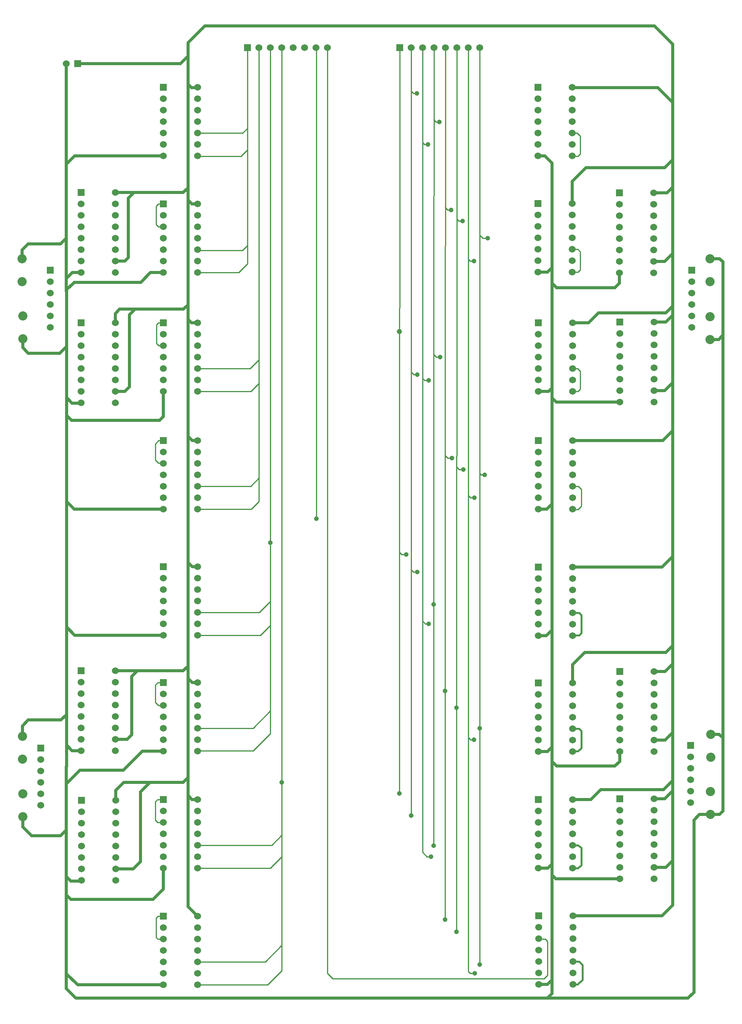
<source format=gbr>
G04 start of page 2 for group 0 idx 0 *
G04 Title: Generador de valores, top *
G04 Creator: pcb 20110918 *
G04 CreationDate: mié 22 feb 2012 14:39:15 GMT UTC *
G04 For: jegc *
G04 Format: Gerber/RS-274X *
G04 PCB-Dimensions: 629921 866142 *
G04 PCB-Coordinate-Origin: lower left *
%MOIN*%
%FSLAX25Y25*%
%LNTOP*%
%ADD21C,0.0350*%
%ADD20C,0.0280*%
%ADD19C,0.0200*%
%ADD18C,0.0460*%
%ADD17C,0.0410*%
%ADD16C,0.0800*%
%ADD15C,0.0600*%
%ADD14C,0.0001*%
%ADD13C,0.0150*%
%ADD12C,0.0100*%
%ADD11C,0.0250*%
G54D11*X49134Y614008D02*Y229008D01*
Y229142D02*Y210276D01*
X133858Y435339D02*X55803D01*
X49134Y442008D01*
X163858Y495339D02*X159189D01*
X155512Y499016D01*
G54D12*X133858Y495339D02*X129591D01*
G54D11*X133819Y538260D02*Y516292D01*
X130678Y513151D01*
G54D12*X129591Y495339D02*X126772Y492520D01*
G54D11*X130678Y513151D02*X53514D01*
X49134Y517531D01*
G54D12*X126772Y492520D02*Y478347D01*
X129528Y475591D01*
X133606D01*
X133858Y475339D01*
G54D11*X91913Y294008D02*X151291D01*
X106299Y289087D02*X111220Y294008D01*
X151291D02*X155512Y298229D01*
X163858Y283780D02*X159134D01*
X163953Y385079D02*X159213D01*
X155512Y388780D01*
X133953Y325079D02*X56331D01*
X49134Y332276D01*
G54D12*X126772Y281496D02*Y266536D01*
X129528Y263780D01*
X133858D01*
D03*
G54D11*X49134Y229008D02*X54000Y224142D01*
X10890Y166551D02*Y157418D01*
X18701Y149607D01*
X43866D01*
X49000Y154740D01*
X10528Y236796D02*Y245764D01*
X15748Y250985D01*
X44291D01*
X49134Y255827D01*
X61780Y224142D02*X61913Y224008D01*
X92417Y189559D02*X99000Y196142D01*
X115638Y223780D02*X99000Y207142D01*
X61000D01*
X92417Y180567D02*Y189559D01*
X114000Y127142D02*Y188142D01*
X122000Y196142D01*
X61000Y207142D02*X49000Y195142D01*
X134031Y19362D02*X58780D01*
G54D12*X127725Y60885D02*X129297Y59313D01*
X133982D01*
X134031Y59362D01*
X134157Y49488D02*X134031Y49362D01*
G54D11*X49000Y114142D02*X53000Y110142D01*
X61992D01*
X62417Y110567D01*
X58780Y19362D02*X49000Y29142D01*
X53000Y94142D02*X49000Y98142D01*
Y16142D02*X57000Y8142D01*
X125000Y94142D02*X53000D01*
G54D12*X134031Y79362D02*X129303D01*
X127725Y77784D01*
Y60885D01*
G54D11*X159134Y283780D02*X155512Y287402D01*
X54000Y224142D02*X61780D01*
X91913Y234008D02*X102118D01*
X133858Y223780D02*X115638D01*
X102118Y234008D02*X106299Y238189D01*
Y289087D01*
G54D12*X133858Y283780D02*X129055D01*
X126772Y281496D01*
G54D11*X49000Y210142D02*Y16142D01*
X133858Y121520D02*Y103000D01*
X125000Y94142D01*
X92417Y120567D02*X107425D01*
X114000Y127142D01*
X155512Y87882D02*X164031Y79362D01*
X163858Y181520D02*X159031D01*
G54D12*X126939Y179571D02*Y163458D01*
X128904Y161493D01*
X133831D01*
X133858Y161520D01*
X134006Y151668D02*X133858Y151520D01*
G54D11*X159031Y181520D02*X155512Y185040D01*
X99409Y196551D02*X151276D01*
X155512Y200788D01*
G54D12*X133858Y181520D02*X128888D01*
X126939Y179571D01*
X164507Y29838D02*X164031Y29362D01*
X163905Y49488D02*X164031Y49362D01*
G54D11*X580000Y791142D02*X567000Y804142D01*
X492386D01*
X492063Y804465D01*
X580000Y842142D02*X564000Y858142D01*
X563315Y711945D02*X574803D01*
X580000Y717142D01*
X492079Y702575D02*Y722221D01*
X504000Y734142D01*
X573000D01*
X580000Y741142D01*
G54D12*X492063Y764465D02*X496261D01*
X498888Y761838D01*
Y746094D01*
X496920Y744126D01*
X492402D01*
X492063Y744465D01*
G54D11*X564000Y858142D02*X170150D01*
G54D12*X163693Y744095D02*X163858Y744260D01*
X207677Y838929D02*X207717Y838969D01*
X207480Y838733D02*X207717Y838969D01*
X201815Y743941D02*X207480Y749607D01*
X163858Y764260D02*X203236D01*
X207480Y768504D01*
X355719Y798964D02*X352934D01*
X350767Y801131D01*
X267892Y838794D02*X267717Y838969D01*
X365685Y754262D02*X362545D01*
X375666Y774222D02*X372729D01*
X370741Y776210D01*
X362545Y754262D02*X360764Y756043D01*
G54D11*X170150Y858142D02*X155512Y843504D01*
X148961Y825142D02*X155512Y831693D01*
X163976Y804142D02*X163858Y804260D01*
G54D12*X134047Y784449D02*X133858Y784260D01*
G54D11*X163984Y804134D02*X158465D01*
X155512Y807087D01*
G54D12*X133858Y784449D02*X133953Y784355D01*
G54D11*X49000Y626189D02*X49165Y626024D01*
Y614040D01*
X49134Y614008D01*
X49283Y626142D02*X49165Y626024D01*
X61772Y642276D02*X54134D01*
X10394Y654481D02*Y661969D01*
X15748Y667323D01*
X43866D01*
X49000Y672457D01*
X54134Y642276D02*X49000Y637142D01*
X133835Y642307D02*X122622D01*
X91772Y598276D02*Y606536D01*
X95472Y610236D01*
X104331Y605315D02*X109252Y610236D01*
G54D12*X133654Y598425D02*X133819Y598260D01*
X129528Y598425D02*X133654D01*
G54D11*X122622Y642307D02*X114173Y633859D01*
X55890D01*
X49000Y626969D01*
X163819Y598260D02*X158630D01*
X155512Y601378D01*
X95472Y610236D02*X151575D01*
X155512Y614173D01*
G54D12*X127953Y596851D02*X129528Y598425D01*
G54D11*X61638Y528142D02*X61772Y528276D01*
X49134Y533008D02*X54000Y528142D01*
X61638D01*
X62000Y528504D01*
X10827Y584331D02*Y576772D01*
X15748Y571851D01*
X43228D01*
X49134Y577756D01*
X91772Y538276D02*X100283D01*
X104331Y542323D01*
Y605315D01*
G54D12*X127953Y580315D02*Y596851D01*
X130008Y578260D02*X127953Y580315D01*
X133819Y578260D02*X130008D01*
G54D11*X49000Y626189D02*Y825142D01*
X133858Y744260D02*X56118D01*
X49000Y737142D01*
G54D12*X133669Y784449D02*X133858Y784260D01*
G54D11*X59000Y825142D02*X148961D01*
G54D12*X127559Y700394D02*Y684252D01*
X129528Y682284D01*
X133811D01*
G54D11*X163835Y702307D02*X158913D01*
X155512Y705709D01*
X91772Y712276D02*X151252D01*
X103346Y707355D02*X108268Y712276D01*
G54D12*X133874Y702347D02*X129512D01*
X127559Y700394D01*
G54D11*X151252Y712276D02*X155512Y716536D01*
X91772Y652276D02*X100110D01*
X103346Y655512D01*
Y707355D01*
X572803Y651945D02*X580000Y659142D01*
G54D12*X496799Y662575D02*X498888Y660486D01*
G54D11*X462063Y744465D02*X468045D01*
X462173Y435433D02*X469651D01*
X474288Y440070D01*
X462126Y538481D02*X471347D01*
X474288Y541422D01*
X468045Y744465D02*X474288Y738222D01*
X533535Y528937D02*X477917D01*
X474288Y532566D01*
X533315Y641945D02*Y632921D01*
X529392Y628998D01*
X478224D01*
X474288Y632934D01*
X462079Y642575D02*X470153D01*
X474288Y646710D01*
G54D12*X498888Y660486D02*Y644742D01*
X496920Y642774D01*
X492278D01*
X492079Y642575D01*
X492126Y558481D02*X496589D01*
X498888Y556182D01*
Y540438D01*
X496920Y538470D01*
X492137D01*
X492173Y455433D02*X497301D01*
X499872Y452862D01*
Y438102D01*
X496920Y435150D01*
X492456D01*
G54D13*X492236Y344717D02*X497809D01*
X499872Y342654D01*
G54D12*X370669Y577953D02*X370472Y338189D01*
X376264Y568327D02*X373084D01*
X370663Y570748D01*
X406310Y445335D02*X402907D01*
X415348Y465337D02*X412362D01*
X410827Y466872D01*
X402907Y445335D02*X400787Y447455D01*
X396473Y470196D02*X393036D01*
X390748Y472485D01*
X386432Y480220D02*X382776D01*
X340764Y838985D02*Y611236D01*
X340748Y402560D02*Y611220D01*
X340764Y611236D01*
X267892Y427041D02*Y838794D01*
X350764Y838985D02*X350787Y562205D01*
X370764Y838985D02*X370669Y577953D01*
X395825Y687251D02*X392634D01*
X390847Y689039D01*
X385826Y697064D02*X383056D01*
X380742Y699377D01*
X380764Y838985D02*X380709Y489961D01*
X390764Y838985D02*X390961Y481709D01*
X400764Y838985D02*Y453520D01*
X382776Y480220D02*X380709Y482288D01*
X164252Y661890D02*X203228D01*
X207480Y666142D01*
X492079Y662575D02*X496799D01*
X405933Y652297D02*X402665D01*
X400764Y654198D01*
X417841Y672238D02*X413596D01*
X410764Y675070D01*
G54D11*X492598Y79701D02*X570559D01*
X580000Y89142D01*
X563630Y122213D02*X574071D01*
X580000Y128142D01*
X593272Y7642D02*X598425Y12796D01*
Y163386D01*
G54D13*X496719Y19701D02*X500856Y23838D01*
Y36630D01*
X497904Y39582D01*
X492717D01*
X492598Y39701D01*
G54D12*X237717Y31812D02*X225197Y19292D01*
X164101D01*
X164031Y39362D02*X223142D01*
X227717Y239135D02*X212598Y224016D01*
X212442Y243780D02*X227717Y259055D01*
X223142Y39362D02*X237717Y53937D01*
G54D11*X57500Y7642D02*X593272D01*
X474288Y11578D02*X470352Y7642D01*
X462598Y19701D02*X470151D01*
X474288Y23838D01*
G54D12*X277717Y29513D02*X282408Y24822D01*
X467400D01*
X470352Y27774D01*
X402559Y29331D02*X406496D01*
G54D13*X492362Y141528D02*X497310D01*
X499872Y138966D01*
Y124206D01*
X496920Y121254D01*
X492636D01*
X492362Y121528D01*
X492598Y19701D02*X496719D01*
G54D12*X470352Y27774D02*Y57294D01*
X468384Y59262D01*
X463037D01*
X380709Y76156D02*X380683Y76181D01*
X390748Y65707D03*
X463037Y59262D02*X462598Y59701D01*
X400787Y31103D02*X402559Y29331D01*
X400787Y244095D02*Y31103D01*
X360764Y135299D02*X364567Y131496D01*
X368307D01*
X370472Y146457D02*Y141142D01*
X405906Y233740D02*X402874D01*
X400787Y235827D01*
G54D11*X563315Y651945D02*X572803D01*
X563535Y598937D02*X573795D01*
X580000Y605142D01*
X563535Y538937D02*X572795D01*
X580000Y546142D01*
X574000Y607142D02*X580000Y613142D01*
X492173Y495433D02*X571291D01*
X580000Y504142D01*
Y89142D02*Y842142D01*
X492126Y598481D02*X506339D01*
X515000Y607142D01*
X574000D01*
X492236Y384717D02*X570575D01*
X580000Y394142D01*
X613189Y238504D02*X620748D01*
X624016Y235236D01*
Y171260D02*X621063Y168307D01*
X613087D01*
X612851Y168544D01*
X598425Y163386D02*X603346Y168307D01*
X612614D01*
X612851Y168544D01*
X624016Y171260D02*Y651575D01*
X621063Y654528D01*
X612700D01*
X612559Y654386D01*
X612527Y583788D02*X620205D01*
X624016Y587599D01*
X533630Y112213D02*X477425D01*
X474288Y115350D01*
X462362Y121528D02*X470626D01*
X474288Y125190D01*
X533441Y223402D02*Y214847D01*
X529392Y210798D01*
G54D12*X461692Y364173D02*X462236Y364717D01*
G54D11*X563441Y293402D02*X573260D01*
X580000Y300142D01*
X574000Y310142D02*X580000Y316142D01*
X492299Y283355D02*Y299441D01*
X503000Y310142D01*
X574000D01*
G54D12*X217717Y838969D02*Y442126D01*
X163740Y662402D02*X163835Y662307D01*
Y642307D02*X199787D01*
X207480Y650000D01*
Y838733D01*
X163539Y743941D02*X201815D01*
G54D11*X508386Y181528D02*X517000Y190142D01*
X474288Y738222D02*Y11578D01*
G54D13*X499872Y342654D02*Y326910D01*
X497904Y324942D01*
X492461D01*
X492236Y324717D01*
G54D12*X380709Y489961D02*X380683Y76549D01*
G54D11*X462236Y324717D02*X469143D01*
X474288Y329862D01*
G54D12*X390748Y481693D02*Y261614D01*
D03*
Y65707D01*
G54D11*X563441Y233402D02*X573260D01*
X580000Y240142D01*
X563630Y182213D02*X573071D01*
X580000Y189142D01*
X572000Y190142D02*X580000Y198142D01*
X492362Y181528D02*X508386D01*
X517000Y190142D02*X572000D01*
X529392Y210798D02*X478224D01*
G54D13*X492299Y243355D02*X497819D01*
X499872Y241302D01*
Y226542D01*
G54D11*X478224Y210798D02*X474288Y214734D01*
X462299Y223355D02*X470117D01*
X474288Y227526D01*
G54D13*X499872Y226542D02*X496920Y223590D01*
X492534D01*
X492299Y223355D01*
G54D11*X155512Y843504D02*Y87882D01*
G54D12*X163953Y435433D02*X163858Y435339D01*
X217717Y442126D02*X211024Y435433D01*
X210457Y455339D02*X217717Y462599D01*
X210701Y538260D02*X217717Y545276D01*
X209835Y558260D02*X217717Y566142D01*
X211024Y435433D02*X163953D01*
X212598Y224016D02*X164094D01*
X163858Y223780D01*
Y243780D02*X212442D01*
X163953Y325079D02*X218937D01*
X163953Y345079D02*X218071D01*
X163858Y455339D02*X210457D01*
X163819Y538260D02*X210701D01*
X163819Y558260D02*X209835D01*
X227717Y838969D02*Y239135D01*
X218937Y325079D02*X227717Y333859D01*
X218071Y345079D02*X227717Y354725D01*
X237717Y838969D02*Y31812D01*
X277717Y838969D02*Y29513D01*
X410827Y471851D02*Y37008D01*
X400787Y453544D02*Y244095D01*
X360764Y838985D02*Y135299D01*
X370472Y338189D02*Y146457D01*
X163858Y121520D02*X227741D01*
X237717Y131496D01*
X163858Y141520D02*X228843D01*
X237717Y150394D01*
X163937Y233859D02*X163858Y233780D01*
X163963Y131625D02*X163858Y131520D01*
X340748Y401992D02*Y186614D01*
Y401992D03*
X350787Y562205D02*Y167520D01*
X366339Y335040D02*X363323D01*
X360764Y337599D01*
X356299Y380315D02*X352756D01*
X350787Y382284D01*
X346457Y395670D02*X342717D01*
X340748Y397638D01*
Y402363D02*Y401992D01*
Y402756D01*
D03*
X366142Y548229D02*X362733D01*
X360764Y550197D01*
X410764Y838985D02*Y471788D01*
X356299Y553150D02*X353149D01*
X350787Y555512D01*
G54D14*G36*
X58772Y715276D02*Y709276D01*
X64772D01*
Y715276D01*
X58772D01*
G37*
G54D15*X61772Y702276D03*
Y692276D03*
Y682276D03*
Y672276D03*
Y662276D03*
G54D14*G36*
X56000Y828142D02*Y822142D01*
X62000D01*
Y828142D01*
X56000D01*
G37*
G54D15*X49000Y825142D03*
G54D14*G36*
X130858Y498339D02*Y492339D01*
X136858D01*
Y498339D01*
X130858D01*
G37*
G54D15*X133858Y485339D03*
Y475339D03*
Y465339D03*
Y455339D03*
Y445339D03*
Y435339D03*
X163858D03*
Y445339D03*
Y455339D03*
Y465339D03*
Y475339D03*
X91772Y642276D03*
Y652276D03*
Y662276D03*
Y672276D03*
Y682276D03*
Y692276D03*
Y702276D03*
Y712276D03*
Y528276D03*
Y538276D03*
Y548276D03*
Y558276D03*
Y568276D03*
Y578276D03*
Y588276D03*
Y598276D03*
G54D14*G36*
X31913Y647362D02*Y641362D01*
X37913D01*
Y647362D01*
X31913D01*
G37*
G54D16*X10394Y654481D03*
G54D15*X34913Y634362D03*
G54D16*X10394Y634481D03*
G54D15*X34913Y624362D03*
Y614362D03*
Y604362D03*
Y594362D03*
G54D16*X10827Y604331D03*
Y584331D03*
G54D15*X61772Y652276D03*
Y642276D03*
G54D14*G36*
X58772Y601276D02*Y595276D01*
X64772D01*
Y601276D01*
X58772D01*
G37*
G54D15*X61772Y588276D03*
Y578276D03*
Y568276D03*
Y558276D03*
Y548276D03*
Y538276D03*
Y528276D03*
X163858Y485339D03*
Y495339D03*
X163819Y568260D03*
Y578260D03*
Y588260D03*
Y598260D03*
G54D14*G36*
X130819Y601260D02*Y595260D01*
X136819D01*
Y601260D01*
X130819D01*
G37*
G54D15*X133819Y588260D03*
Y578260D03*
Y568260D03*
Y558260D03*
Y548260D03*
Y538260D03*
X163819D03*
Y548260D03*
Y558260D03*
X163858Y774260D03*
Y784260D03*
Y794260D03*
Y804260D03*
G54D14*G36*
X459126Y601481D02*Y595481D01*
X465126D01*
Y601481D01*
X459126D01*
G37*
G54D15*X462126Y588481D03*
Y578481D03*
Y568481D03*
Y558481D03*
Y548481D03*
Y538481D03*
X462079Y682575D03*
Y672575D03*
Y662575D03*
Y652575D03*
Y642575D03*
G54D14*G36*
X459079Y705575D02*Y699575D01*
X465079D01*
Y705575D01*
X459079D01*
G37*
G54D15*X462079Y692575D03*
G54D14*G36*
X459063Y807465D02*Y801465D01*
X465063D01*
Y807465D01*
X459063D01*
G37*
G54D15*X462063Y794465D03*
Y784465D03*
Y774465D03*
Y764465D03*
Y754465D03*
Y744465D03*
X492079Y642575D03*
Y652575D03*
Y662575D03*
Y672575D03*
Y682575D03*
Y692575D03*
Y702575D03*
X492063Y744465D03*
Y754465D03*
Y764465D03*
Y774465D03*
Y784465D03*
Y794465D03*
Y804465D03*
G54D14*G36*
X530315Y714945D02*Y708945D01*
X536315D01*
Y714945D01*
X530315D01*
G37*
G54D15*X533315Y701945D03*
Y691945D03*
Y681945D03*
Y671945D03*
Y661945D03*
Y651945D03*
Y641945D03*
X237717Y838969D03*
X247717D03*
X257717D03*
X267717D03*
G54D14*G36*
X204717Y841969D02*Y835969D01*
X210717D01*
Y841969D01*
X204717D01*
G37*
G54D15*X217717Y838969D03*
X227717D03*
X277717D03*
G54D14*G36*
X337764Y841985D02*Y835985D01*
X343764D01*
Y841985D01*
X337764D01*
G37*
G54D15*X350764Y838985D03*
X360764D03*
X370764D03*
X380764D03*
X390764D03*
X400764D03*
X410764D03*
G54D14*G36*
X130835Y705307D02*Y699307D01*
X136835D01*
Y705307D01*
X130835D01*
G37*
G54D15*X133835Y692307D03*
Y682307D03*
Y672307D03*
Y662307D03*
Y652307D03*
Y642307D03*
X163835D03*
Y652307D03*
Y662307D03*
Y672307D03*
Y682307D03*
Y692307D03*
Y702307D03*
G54D14*G36*
X130858Y807260D02*Y801260D01*
X136858D01*
Y807260D01*
X130858D01*
G37*
G54D15*X133858Y794260D03*
Y784260D03*
Y774260D03*
Y764260D03*
Y754260D03*
Y744260D03*
X163858D03*
Y754260D03*
Y764260D03*
G54D14*G36*
X592472Y231819D02*Y225819D01*
X598472D01*
Y231819D01*
X592472D01*
G37*
G54D15*X595472Y218819D03*
Y208819D03*
Y198819D03*
Y188819D03*
Y178819D03*
G54D16*X613189Y218504D03*
Y238504D03*
X612851Y188544D03*
Y168544D03*
G54D14*G36*
X530441Y296402D02*Y290402D01*
X536441D01*
Y296402D01*
X530441D01*
G37*
G54D15*X533441Y283402D03*
Y273402D03*
Y263402D03*
Y253402D03*
Y243402D03*
Y233402D03*
Y223402D03*
X563441D03*
Y233402D03*
Y243402D03*
Y253402D03*
Y263402D03*
Y273402D03*
Y283402D03*
Y293402D03*
G54D14*G36*
X459299Y286355D02*Y280355D01*
X465299D01*
Y286355D01*
X459299D01*
G37*
G54D15*X462299Y273355D03*
Y263355D03*
Y253355D03*
Y243355D03*
Y233355D03*
Y223355D03*
X492299D03*
Y233355D03*
Y243355D03*
Y253355D03*
Y263355D03*
Y273355D03*
Y283355D03*
G54D14*G36*
X459173Y498433D02*Y492433D01*
X465173D01*
Y498433D01*
X459173D01*
G37*
G54D15*X492173Y495433D03*
X462173Y485433D03*
X492173D03*
X462173Y475433D03*
X492173D03*
X462173Y465433D03*
X492173D03*
X462173Y455433D03*
Y445433D03*
Y435433D03*
X492173D03*
Y445433D03*
Y455433D03*
X492126Y538481D03*
Y548481D03*
Y558481D03*
Y568481D03*
Y578481D03*
Y588481D03*
Y598481D03*
X492236Y324717D03*
Y334717D03*
Y344717D03*
Y354717D03*
Y364717D03*
Y374717D03*
Y384717D03*
G54D14*G36*
X530535Y601937D02*Y595937D01*
X536535D01*
Y601937D01*
X530535D01*
G37*
G54D15*X533535Y588937D03*
Y578937D03*
Y568937D03*
Y558937D03*
Y548937D03*
Y538937D03*
Y528937D03*
X563535D03*
Y538937D03*
Y548937D03*
Y558937D03*
Y568937D03*
Y578937D03*
G54D14*G36*
X459236Y387717D02*Y381717D01*
X465236D01*
Y387717D01*
X459236D01*
G37*
G54D15*X462236Y374717D03*
Y364717D03*
Y354717D03*
Y344717D03*
Y334717D03*
Y324717D03*
X563535Y588937D03*
Y598937D03*
X563315Y641945D03*
Y651945D03*
G54D14*G36*
X593528Y647307D02*Y641307D01*
X599528D01*
Y647307D01*
X593528D01*
G37*
G54D15*X563315Y661945D03*
Y671945D03*
Y681945D03*
Y691945D03*
Y701945D03*
Y711945D03*
X596528Y634307D03*
Y624307D03*
Y614307D03*
Y604307D03*
Y594307D03*
G54D16*X612527Y603788D03*
Y583788D03*
X612559Y634386D03*
Y654386D03*
G54D14*G36*
X530630Y185213D02*Y179213D01*
X536630D01*
Y185213D01*
X530630D01*
G37*
G54D15*X563630Y182213D03*
X533630Y172213D03*
X563630D03*
X533630Y162213D03*
X563630D03*
X533630Y152213D03*
X563630D03*
X533630Y142213D03*
Y132213D03*
Y122213D03*
Y112213D03*
X563630D03*
Y122213D03*
Y132213D03*
Y142213D03*
G54D14*G36*
X459598Y82701D02*Y76701D01*
X465598D01*
Y82701D01*
X459598D01*
G37*
G54D15*X462598Y69701D03*
Y59701D03*
Y49701D03*
Y39701D03*
Y29701D03*
Y19701D03*
X492598D03*
Y29701D03*
Y39701D03*
Y49701D03*
Y59701D03*
G54D14*G36*
X459362Y184528D02*Y178528D01*
X465362D01*
Y184528D01*
X459362D01*
G37*
G54D15*X462362Y171528D03*
Y161528D03*
Y151528D03*
Y141528D03*
Y131528D03*
Y121528D03*
X492598Y69701D03*
Y79701D03*
X492362Y121528D03*
Y131528D03*
Y141528D03*
Y151528D03*
Y161528D03*
Y171528D03*
Y181528D03*
G54D14*G36*
X131031Y82362D02*Y76362D01*
X137031D01*
Y82362D01*
X131031D01*
G37*
G54D15*X134031Y69362D03*
Y59362D03*
Y49362D03*
X133858Y151520D03*
Y141520D03*
Y131520D03*
Y121520D03*
X134031Y39362D03*
Y29362D03*
Y19362D03*
X164031D03*
Y29362D03*
Y39362D03*
Y49362D03*
Y59362D03*
Y69362D03*
Y79362D03*
X163858Y121520D03*
Y131520D03*
Y141520D03*
Y151520D03*
Y161520D03*
Y171520D03*
Y181520D03*
Y223780D03*
Y233780D03*
Y243780D03*
Y253780D03*
Y263780D03*
Y273780D03*
Y283780D03*
G54D14*G36*
X130953Y388079D02*Y382079D01*
X136953D01*
Y388079D01*
X130953D01*
G37*
G54D15*X133953Y375079D03*
Y365079D03*
Y355079D03*
Y345079D03*
Y335079D03*
Y325079D03*
G54D14*G36*
X130858Y286780D02*Y280780D01*
X136858D01*
Y286780D01*
X130858D01*
G37*
G54D15*X133858Y273780D03*
Y263780D03*
Y253780D03*
Y243780D03*
G54D14*G36*
X130858Y184520D02*Y178520D01*
X136858D01*
Y184520D01*
X130858D01*
G37*
G36*
X59417Y183567D02*Y177567D01*
X65417D01*
Y183567D01*
X59417D01*
G37*
G54D15*X92417Y180567D03*
X133858Y233780D03*
Y223780D03*
Y171520D03*
X62417Y170567D03*
X92417D03*
G54D16*X10890Y166551D03*
G54D15*X133858Y161520D03*
X92417Y120567D03*
Y130567D03*
Y140567D03*
Y150567D03*
Y160567D03*
G54D14*G36*
X23579Y229520D02*Y223520D01*
X29579D01*
Y229520D01*
X23579D01*
G37*
G54D15*X26579Y216520D03*
Y206520D03*
Y196520D03*
Y186520D03*
Y176520D03*
G54D14*G36*
X58913Y297008D02*Y291008D01*
X64913D01*
Y297008D01*
X58913D01*
G37*
G54D15*X61913Y284008D03*
Y274008D03*
Y264008D03*
Y254008D03*
Y244008D03*
Y234008D03*
Y224008D03*
X91913D03*
Y234008D03*
Y244008D03*
Y254008D03*
Y264008D03*
Y274008D03*
Y284008D03*
Y294008D03*
X62417Y160567D03*
Y150567D03*
Y140567D03*
Y130567D03*
Y120567D03*
Y110567D03*
X92417D03*
G54D16*X10890Y186551D03*
X10528Y216796D03*
Y236796D03*
G54D15*X163953Y325079D03*
Y335079D03*
Y345079D03*
Y355079D03*
Y365079D03*
Y375079D03*
Y385079D03*
G54D17*X227559Y405906D03*
X237721Y196483D03*
X267892Y427041D03*
X346457Y395670D03*
X340748Y186614D03*
X350787Y167520D03*
X356299Y380315D03*
X366339Y335040D03*
X370472Y351969D03*
X380709Y276378D03*
X390748Y261614D03*
X380683Y76549D03*
X390748Y65707D03*
X368307Y131496D03*
X370472Y141142D03*
X410827Y37008D03*
Y243701D03*
X405906Y233740D03*
X406496Y29331D03*
X386432Y480220D03*
X396473Y470196D03*
X406310Y445335D03*
G54D18*X340742Y590782D03*
G54D17*X356299Y553150D03*
X366142Y548229D03*
X376264Y568327D03*
X415348Y465337D03*
X355793Y798980D03*
X365685Y754262D03*
X375666Y774222D03*
X395825Y687251D03*
X405933Y652297D03*
X417841Y672238D03*
X385853Y697051D03*
G54D19*G54D20*G54D21*G54D20*G54D21*G54D20*G54D21*G54D20*G54D21*G54D20*G54D21*G54D20*G54D21*G54D20*G54D21*G54D20*M02*

</source>
